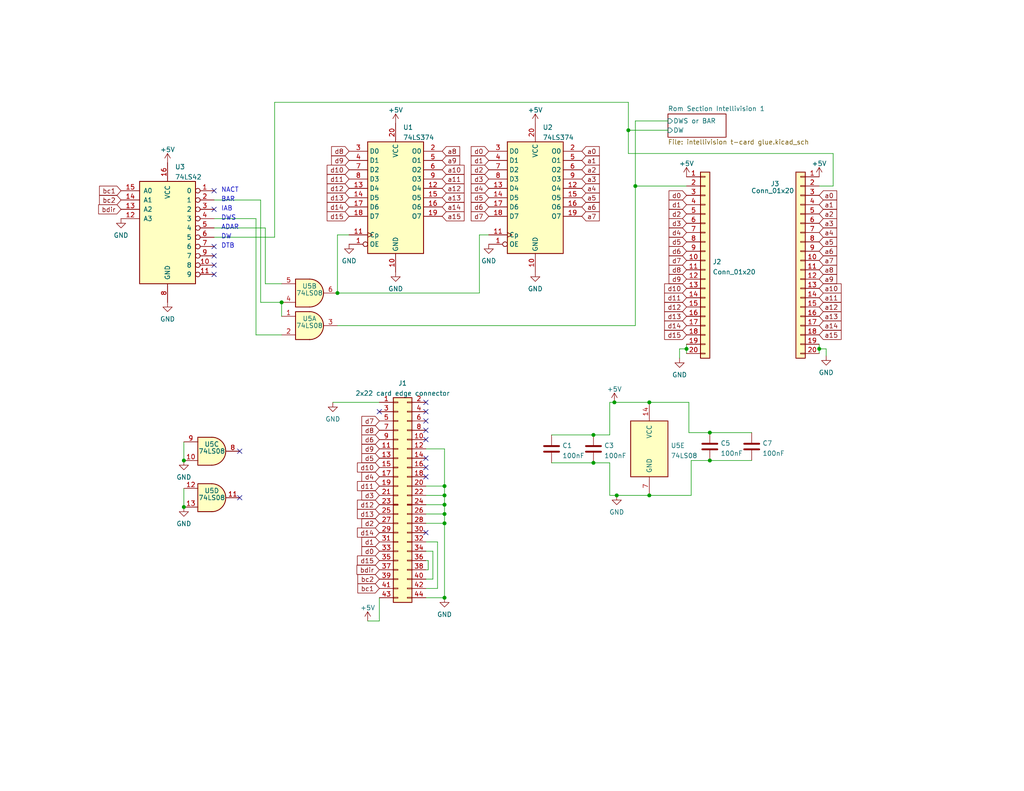
<source format=kicad_sch>
(kicad_sch (version 20211123) (generator eeschema)
  (paper "A")
  (lib_symbols
    (symbol "74xx:74LS08" (pin_names (offset 1.016))
      (property "Reference" "U" (at 0 1.27 0))
      (property "Value" "74LS08" (at 0 -1.27 0))
      (symbol "74LS08_1_1"
        (arc (start 0 -3.81) (mid 3.81 0) (end 0 3.81) (stroke (width 0.254)) (fill (type background)))
        (polyline (pts (xy 0 3.81) (xy -3.81 3.81) (xy -3.81 -3.81) (xy 0 -3.81)) (stroke (width 0.254)) (fill (type background)))
        (pin input line (at -7.62 2.54 0) (length 3.81) (name "~") (number "1"))
        (pin input line (at -7.62 -2.54 0) (length 3.81) (name "~") (number "2"))
        (pin output line (at 7.62 0 180) (length 3.81) (name "~") (number "3"))
      )
      (symbol "74LS08_1_2"
        (arc (start -3.81 -3.81) (mid -2.589 0) (end -3.81 3.81) (stroke (width 0.254)))
        (arc (start -0.6096 -3.81) (mid 2.1855 -2.584) (end 3.81 0) (stroke (width 0.254)) (fill (type background)))
        (polyline (pts (xy -3.81 -3.81) (xy -0.635 -3.81)) (stroke (width 0.254)) (fill (type background)))
        (polyline (pts (xy -3.81 3.81) (xy -0.635 3.81)) (stroke (width 0.254)) (fill (type background)))
        (polyline (pts (xy -0.635 3.81) (xy -3.81 3.81) (xy -3.81 3.81) (xy -3.556 3.4036) (xy -3.0226 2.2606) (xy -2.6924 1.0414) (xy -2.6162 -0.254) (xy -2.7686 -1.4986) (xy -3.175 -2.7178) (xy -3.81 -3.81) (xy -3.81 -3.81) (xy -0.635 -3.81)) (stroke (width -25.4)) (fill (type background)))
        (arc (start 3.81 0) (mid 2.1928 2.5925) (end -0.6096 3.81) (stroke (width 0.254)) (fill (type background)))
        (pin input inverted (at -7.62 2.54 0) (length 4.318) (name "~") (number "1"))
        (pin input inverted (at -7.62 -2.54 0) (length 4.318) (name "~") (number "2"))
        (pin output inverted (at 7.62 0 180) (length 3.81) (name "~") (number "3"))
      )
      (symbol "74LS08_2_1"
        (arc (start 0 -3.81) (mid 3.81 0) (end 0 3.81) (stroke (width 0.254)) (fill (type background)))
        (polyline (pts (xy 0 3.81) (xy -3.81 3.81) (xy -3.81 -3.81) (xy 0 -3.81)) (stroke (width 0.254)) (fill (type background)))
        (pin input line (at -7.62 2.54 0) (length 3.81) (name "~") (number "4"))
        (pin input line (at -7.62 -2.54 0) (length 3.81) (name "~") (number "5"))
        (pin output line (at 7.62 0 180) (length 3.81) (name "~") (number "6"))
      )
      (symbol "74LS08_2_2"
        (arc (start -3.81 -3.81) (mid -2.589 0) (end -3.81 3.81) (stroke (width 0.254)))
        (arc (start -0.6096 -3.81) (mid 2.1855 -2.584) (end 3.81 0) (stroke (width 0.254)) (fill (type background)))
        (polyline (pts (xy -3.81 -3.81) (xy -0.635 -3.81)) (stroke (width 0.254)) (fill (type background)))
        (polyline (pts (xy -3.81 3.81) (xy -0.635 3.81)) (stroke (width 0.254)) (fill (type background)))
        (polyline (pts (xy -0.635 3.81) (xy -3.81 3.81) (xy -3.81 3.81) (xy -3.556 3.4036) (xy -3.0226 2.2606) (xy -2.6924 1.0414) (xy -2.6162 -0.254) (xy -2.7686 -1.4986) (xy -3.175 -2.7178) (xy -3.81 -3.81) (xy -3.81 -3.81) (xy -0.635 -3.81)) (stroke (width -25.4)) (fill (type background)))
        (arc (start 3.81 0) (mid 2.1928 2.5925) (end -0.6096 3.81) (stroke (width 0.254)) (fill (type background)))
        (pin input inverted (at -7.62 2.54 0) (length 4.318) (name "~") (number "4"))
        (pin input inverted (at -7.62 -2.54 0) (length 4.318) (name "~") (number "5"))
        (pin output inverted (at 7.62 0 180) (length 3.81) (name "~") (number "6"))
      )
      (symbol "74LS08_3_1"
        (arc (start 0 -3.81) (mid 3.81 0) (end 0 3.81) (stroke (width 0.254)) (fill (type background)))
        (polyline (pts (xy 0 3.81) (xy -3.81 3.81) (xy -3.81 -3.81) (xy 0 -3.81)) (stroke (width 0.254)) (fill (type background)))
        (pin input line (at -7.62 -2.54 0) (length 3.81) (name "~") (number "10"))
        (pin output line (at 7.62 0 180) (length 3.81) (name "~") (number "8"))
        (pin input line (at -7.62 2.54 0) (length 3.81) (name "~") (number "9"))
      )
      (symbol "74LS08_3_2"
        (arc (start -3.81 -3.81) (mid -2.589 0) (end -3.81 3.81) (stroke (width 0.254)))
        (arc (start -0.6096 -3.81) (mid 2.1855 -2.584) (end 3.81 0) (stroke (width 0.254)) (fill (type background)))
        (polyline (pts (xy -3.81 -3.81) (xy -0.635 -3.81)) (stroke (width 0.254)) (fill (type background)))
        (polyline (pts (xy -3.81 3.81) (xy -0.635 3.81)) (stroke (width 0.254)) (fill (type background)))
        (polyline (pts (xy -0.635 3.81) (xy -3.81 3.81) (xy -3.81 3.81) (xy -3.556 3.4036) (xy -3.0226 2.2606) (xy -2.6924 1.0414) (xy -2.6162 -0.254) (xy -2.7686 -1.4986) (xy -3.175 -2.7178) (xy -3.81 -3.81) (xy -3.81 -3.81) (xy -0.635 -3.81)) (stroke (width -25.4)) (fill (type background)))
        (arc (start 3.81 0) (mid 2.1928 2.5925) (end -0.6096 3.81) (stroke (width 0.254)) (fill (type background)))
        (pin input inverted (at -7.62 -2.54 0) (length 4.318) (name "~") (number "10"))
        (pin output inverted (at 7.62 0 180) (length 3.81) (name "~") (number "8"))
        (pin input inverted (at -7.62 2.54 0) (length 4.318) (name "~") (number "9"))
      )
      (symbol "74LS08_4_1"
        (arc (start 0 -3.81) (mid 3.81 0) (end 0 3.81) (stroke (width 0.254)) (fill (type background)))
        (polyline (pts (xy 0 3.81) (xy -3.81 3.81) (xy -3.81 -3.81) (xy 0 -3.81)) (stroke (width 0.254)) (fill (type background)))
        (pin output line (at 7.62 0 180) (length 3.81) (name "~") (number "11"))
        (pin input line (at -7.62 2.54 0) (length 3.81) (name "~") (number "12"))
        (pin input line (at -7.62 -2.54 0) (length 3.81) (name "~") (number "13"))
      )
      (symbol "74LS08_4_2"
        (arc (start -3.81 -3.81) (mid -2.589 0) (end -3.81 3.81) (stroke (width 0.254)))
        (arc (start -0.6096 -3.81) (mid 2.1855 -2.584) (end 3.81 0) (stroke (width 0.254)) (fill (type background)))
        (polyline (pts (xy -3.81 -3.81) (xy -0.635 -3.81)) (stroke (width 0.254)) (fill (type background)))
        (polyline (pts (xy -3.81 3.81) (xy -0.635 3.81)) (stroke (width 0.254)) (fill (type background)))
        (polyline (pts (xy -0.635 3.81) (xy -3.81 3.81) (xy -3.81 3.81) (xy -3.556 3.4036) (xy -3.0226 2.2606) (xy -2.6924 1.0414) (xy -2.6162 -0.254) (xy -2.7686 -1.4986) (xy -3.175 -2.7178) (xy -3.81 -3.81) (xy -3.81 -3.81) (xy -0.635 -3.81)) (stroke (width -25.4)) (fill (type background)))
        (arc (start 3.81 0) (mid 2.1928 2.5925) (end -0.6096 3.81) (stroke (width 0.254)) (fill (type background)))
        (pin output inverted (at 7.62 0 180) (length 3.81) (name "~") (number "11"))
        (pin input inverted (at -7.62 2.54 0) (length 4.318) (name "~") (number "12"))
        (pin input inverted (at -7.62 -2.54 0) (length 4.318) (name "~") (number "13"))
      )
      (symbol "74LS08_5_0"
        (pin power_in line (at 0 12.7 270) (length 5.08) (name "VCC") (number "14"))
        (pin power_in line (at 0 -12.7 90) (length 5.08) (name "GND") (number "7"))
      )
      (symbol "74LS08_5_1"
        (rectangle (start -5.08 7.62) (end 5.08 -7.62) (stroke (width 0.254)) (fill (type background)))
      )
    )
    (symbol "74xx:74LS374"
      (property "Reference" "U" (at -7.62 16.51 0))
      (property "Value" "74LS374" (at -7.62 -16.51 0))
      (symbol "74LS374_1_0"
        (pin input inverted (at -12.7 -12.7 0) (length 5.08) (name "OE") (number "1"))
        (pin power_in line (at 0 -20.32 90) (length 5.08) (name "GND") (number "10"))
        (pin input clock (at -12.7 -10.16 0) (length 5.08) (name "Cp") (number "11"))
        (pin tri_state line (at 12.7 2.54 180) (length 5.08) (name "O4") (number "12"))
        (pin input line (at -12.7 2.54 0) (length 5.08) (name "D4") (number "13"))
        (pin input line (at -12.7 0 0) (length 5.08) (name "D5") (number "14"))
        (pin tri_state line (at 12.7 0 180) (length 5.08) (name "O5") (number "15"))
        (pin tri_state line (at 12.7 -2.54 180) (length 5.08) (name "O6") (number "16"))
        (pin input line (at -12.7 -2.54 0) (length 5.08) (name "D6") (number "17"))
        (pin input line (at -12.7 -5.08 0) (length 5.08) (name "D7") (number "18"))
        (pin tri_state line (at 12.7 -5.08 180) (length 5.08) (name "O7") (number "19"))
        (pin tri_state line (at 12.7 12.7 180) (length 5.08) (name "O0") (number "2"))
        (pin power_in line (at 0 20.32 270) (length 5.08) (name "VCC") (number "20"))
        (pin input line (at -12.7 12.7 0) (length 5.08) (name "D0") (number "3"))
        (pin input line (at -12.7 10.16 0) (length 5.08) (name "D1") (number "4"))
        (pin tri_state line (at 12.7 10.16 180) (length 5.08) (name "O1") (number "5"))
        (pin tri_state line (at 12.7 7.62 180) (length 5.08) (name "O2") (number "6"))
        (pin input line (at -12.7 7.62 0) (length 5.08) (name "D2") (number "7"))
        (pin input line (at -12.7 5.08 0) (length 5.08) (name "D3") (number "8"))
        (pin tri_state line (at 12.7 5.08 180) (length 5.08) (name "O3") (number "9"))
      )
      (symbol "74LS374_1_1"
        (rectangle (start -7.62 15.24) (end 7.62 -15.24) (stroke (width 0.254)) (fill (type background)))
      )
    )
    (symbol "74xx:74LS42" (pin_names (offset 1.016))
      (property "Reference" "U" (at -7.62 13.97 0))
      (property "Value" "74LS42" (at -7.62 -16.51 0))
      (symbol "74LS42_1_0"
        (pin output inverted (at 12.7 10.16 180) (length 5.08) (name "0") (number "1"))
        (pin output inverted (at 12.7 -10.16 180) (length 5.08) (name "8") (number "10"))
        (pin output inverted (at 12.7 -12.7 180) (length 5.08) (name "9") (number "11"))
        (pin input line (at -12.7 2.54 0) (length 5.08) (name "A3") (number "12"))
        (pin input line (at -12.7 5.08 0) (length 5.08) (name "A2") (number "13"))
        (pin input line (at -12.7 7.62 0) (length 5.08) (name "A1") (number "14"))
        (pin input line (at -12.7 10.16 0) (length 5.08) (name "A0") (number "15"))
        (pin power_in line (at 0 17.78 270) (length 5.08) (name "VCC") (number "16"))
        (pin output inverted (at 12.7 7.62 180) (length 5.08) (name "1") (number "2"))
        (pin output inverted (at 12.7 5.08 180) (length 5.08) (name "2") (number "3"))
        (pin output inverted (at 12.7 2.54 180) (length 5.08) (name "3") (number "4"))
        (pin output inverted (at 12.7 0 180) (length 5.08) (name "4") (number "5"))
        (pin output inverted (at 12.7 -2.54 180) (length 5.08) (name "5") (number "6"))
        (pin output inverted (at 12.7 -5.08 180) (length 5.08) (name "6") (number "7"))
        (pin power_in line (at 0 -20.32 90) (length 5.08) (name "GND") (number "8"))
        (pin output inverted (at 12.7 -7.62 180) (length 5.08) (name "7") (number "9"))
      )
      (symbol "74LS42_1_1"
        (rectangle (start -7.62 12.7) (end 7.62 -15.24) (stroke (width 0.254)) (fill (type background)))
      )
    )
    (symbol "Connector_Generic:Conn_01x20" (pin_names (offset 1.016) hide)
      (property "Reference" "J" (at 0 25.4 0))
      (property "Value" "Conn_01x20" (at 0 -27.94 0))
      (symbol "Conn_01x20_1_1"
        (rectangle (start -1.27 -25.273) (end 0 -25.527) (stroke (width 0.1524)))
        (rectangle (start -1.27 -22.733) (end 0 -22.987) (stroke (width 0.1524)))
        (rectangle (start -1.27 -20.193) (end 0 -20.447) (stroke (width 0.1524)))
        (rectangle (start -1.27 -17.653) (end 0 -17.907) (stroke (width 0.1524)))
        (rectangle (start -1.27 -15.113) (end 0 -15.367) (stroke (width 0.1524)))
        (rectangle (start -1.27 -12.573) (end 0 -12.827) (stroke (width 0.1524)))
        (rectangle (start -1.27 -10.033) (end 0 -10.287) (stroke (width 0.1524)))
        (rectangle (start -1.27 -7.493) (end 0 -7.747) (stroke (width 0.1524)))
        (rectangle (start -1.27 -4.953) (end 0 -5.207) (stroke (width 0.1524)))
        (rectangle (start -1.27 -2.413) (end 0 -2.667) (stroke (width 0.1524)))
        (rectangle (start -1.27 0.127) (end 0 -0.127) (stroke (width 0.1524)))
        (rectangle (start -1.27 2.667) (end 0 2.413) (stroke (width 0.1524)))
        (rectangle (start -1.27 5.207) (end 0 4.953) (stroke (width 0.1524)))
        (rectangle (start -1.27 7.747) (end 0 7.493) (stroke (width 0.1524)))
        (rectangle (start -1.27 10.287) (end 0 10.033) (stroke (width 0.1524)))
        (rectangle (start -1.27 12.827) (end 0 12.573) (stroke (width 0.1524)))
        (rectangle (start -1.27 15.367) (end 0 15.113) (stroke (width 0.1524)))
        (rectangle (start -1.27 17.907) (end 0 17.653) (stroke (width 0.1524)))
        (rectangle (start -1.27 20.447) (end 0 20.193) (stroke (width 0.1524)))
        (rectangle (start -1.27 22.987) (end 0 22.733) (stroke (width 0.1524)))
        (rectangle (start -1.27 24.13) (end 1.27 -26.67) (stroke (width 0.254)) (fill (type background)))
        (pin passive line (at -5.08 22.86 0) (length 3.81) (name "Pin_1") (number "1"))
        (pin passive line (at -5.08 0 0) (length 3.81) (name "Pin_10") (number "10"))
        (pin passive line (at -5.08 -2.54 0) (length 3.81) (name "Pin_11") (number "11"))
        (pin passive line (at -5.08 -5.08 0) (length 3.81) (name "Pin_12") (number "12"))
        (pin passive line (at -5.08 -7.62 0) (length 3.81) (name "Pin_13") (number "13"))
        (pin passive line (at -5.08 -10.16 0) (length 3.81) (name "Pin_14") (number "14"))
        (pin passive line (at -5.08 -12.7 0) (length 3.81) (name "Pin_15") (number "15"))
        (pin passive line (at -5.08 -15.24 0) (length 3.81) (name "Pin_16") (number "16"))
        (pin passive line (at -5.08 -17.78 0) (length 3.81) (name "Pin_17") (number "17"))
        (pin passive line (at -5.08 -20.32 0) (length 3.81) (name "Pin_18") (number "18"))
        (pin passive line (at -5.08 -22.86 0) (length 3.81) (name "Pin_19") (number "19"))
        (pin passive line (at -5.08 20.32 0) (length 3.81) (name "Pin_2") (number "2"))
        (pin passive line (at -5.08 -25.4 0) (length 3.81) (name "Pin_20") (number "20"))
        (pin passive line (at -5.08 17.78 0) (length 3.81) (name "Pin_3") (number "3"))
        (pin passive line (at -5.08 15.24 0) (length 3.81) (name "Pin_4") (number "4"))
        (pin passive line (at -5.08 12.7 0) (length 3.81) (name "Pin_5") (number "5"))
        (pin passive line (at -5.08 10.16 0) (length 3.81) (name "Pin_6") (number "6"))
        (pin passive line (at -5.08 7.62 0) (length 3.81) (name "Pin_7") (number "7"))
        (pin passive line (at -5.08 5.08 0) (length 3.81) (name "Pin_8") (number "8"))
        (pin passive line (at -5.08 2.54 0) (length 3.81) (name "Pin_9") (number "9"))
      )
    )
    (symbol "Device:C" (pin_numbers hide) (pin_names (offset 0.254))
      (property "Reference" "C" (at 0.635 2.54 0))
      (property "Value" "C" (at 0.635 -2.54 0))
      (symbol "C_0_1"
        (polyline (pts (xy -2.032 -0.762) (xy 2.032 -0.762)) (stroke (width 0.508)))
        (polyline (pts (xy -2.032 0.762) (xy 2.032 0.762)) (stroke (width 0.508)))
      )
      (symbol "C_1_1"
        (pin passive line (at 0 3.81 270) (length 2.794) (name "~") (number "1"))
        (pin passive line (at 0 -3.81 90) (length 2.794) (name "~") (number "2"))
      )
    )
    (symbol "Evan's misc parts:2x22 card edge connector" (pin_names (offset 1.016) hide)
      (property "Reference" "J" (at 1.27 15.24 0))
      (property "Value" "2x22 card edge connector" (at 1.27 -43.18 0))
      (symbol "2x22 card edge connector_1_1"
        (rectangle (start -1.27 -40.513) (end 0 -40.767) (stroke (width 0.1524)))
        (rectangle (start -1.27 -37.973) (end 0 -38.227) (stroke (width 0.1524)))
        (rectangle (start -1.27 -35.433) (end 0 -35.687) (stroke (width 0.1524)))
        (rectangle (start -1.27 -32.893) (end 0 -33.147) (stroke (width 0.1524)))
        (rectangle (start -1.27 -30.353) (end 0 -30.607) (stroke (width 0.1524)))
        (rectangle (start -1.27 -27.813) (end 0 -28.067) (stroke (width 0.1524)))
        (rectangle (start -1.27 -25.273) (end 0 -25.527) (stroke (width 0.1524)))
        (rectangle (start -1.27 -22.733) (end 0 -22.987) (stroke (width 0.1524)))
        (rectangle (start -1.27 -20.193) (end 0 -20.447) (stroke (width 0.1524)))
        (rectangle (start -1.27 -17.653) (end 0 -17.907) (stroke (width 0.1524)))
        (rectangle (start -1.27 -15.113) (end 0 -15.367) (stroke (width 0.1524)))
        (rectangle (start -1.27 -15.113) (end 0 -15.367) (stroke (width 0.1524)))
        (rectangle (start -1.27 -12.573) (end 0 -12.827) (stroke (width 0.1524)))
        (rectangle (start -1.27 -10.033) (end 0 -10.287) (stroke (width 0.1524)))
        (rectangle (start -1.27 -7.493) (end 0 -7.747) (stroke (width 0.1524)))
        (rectangle (start -1.27 -4.953) (end 0 -5.207) (stroke (width 0.1524)))
        (rectangle (start -1.27 -2.413) (end 0 -2.667) (stroke (width 0.1524)))
        (rectangle (start -1.27 0.127) (end 0 -0.127) (stroke (width 0.1524)))
        (rectangle (start -1.27 2.667) (end 0 2.413) (stroke (width 0.1524)))
        (rectangle (start -1.27 5.207) (end 0 4.953) (stroke (width 0.1524)))
        (rectangle (start -1.27 7.747) (end 0 7.493) (stroke (width 0.1524)))
        (rectangle (start -1.27 10.287) (end 0 10.033) (stroke (width 0.1524)))
        (rectangle (start -1.27 12.827) (end 0 12.573) (stroke (width 0.1524)))
        (rectangle (start -1.27 13.97) (end 3.81 -41.91) (stroke (width 0.254)) (fill (type background)))
        (rectangle (start 3.81 -40.513) (end 2.54 -40.767) (stroke (width 0.1524)))
        (rectangle (start 3.81 -37.973) (end 2.54 -38.227) (stroke (width 0.1524)))
        (rectangle (start 3.81 -35.433) (end 2.54 -35.687) (stroke (width 0.1524)))
        (rectangle (start 3.81 -32.893) (end 2.54 -33.147) (stroke (width 0.1524)))
        (rectangle (start 3.81 -30.353) (end 2.54 -30.607) (stroke (width 0.1524)))
        (rectangle (start 3.81 -27.813) (end 2.54 -28.067) (stroke (width 0.1524)))
        (rectangle (start 3.81 -25.273) (end 2.54 -25.527) (stroke (width 0.1524)))
        (rectangle (start 3.81 -22.733) (end 2.54 -22.987) (stroke (width 0.1524)))
        (rectangle (start 3.81 -20.193) (end 2.54 -20.447) (stroke (width 0.1524)))
        (rectangle (start 3.81 -17.653) (end 2.54 -17.907) (stroke (width 0.1524)))
        (rectangle (start 3.81 -15.113) (end 2.54 -15.367) (stroke (width 0.1524)))
        (rectangle (start 3.81 -15.113) (end 2.54 -15.367) (stroke (width 0.1524)))
        (rectangle (start 3.81 -12.573) (end 2.54 -12.827) (stroke (width 0.1524)))
        (rectangle (start 3.81 -10.033) (end 2.54 -10.287) (stroke (width 0.1524)))
        (rectangle (start 3.81 -7.493) (end 2.54 -7.747) (stroke (width 0.1524)))
        (rectangle (start 3.81 -4.953) (end 2.54 -5.207) (stroke (width 0.1524)))
        (rectangle (start 3.81 -2.413) (end 2.54 -2.667) (stroke (width 0.1524)))
        (rectangle (start 3.81 0.127) (end 2.54 -0.127) (stroke (width 0.1524)))
        (rectangle (start 3.81 2.667) (end 2.54 2.413) (stroke (width 0.1524)))
        (rectangle (start 3.81 5.207) (end 2.54 4.953) (stroke (width 0.1524)))
        (rectangle (start 3.81 7.747) (end 2.54 7.493) (stroke (width 0.1524)))
        (rectangle (start 3.81 10.287) (end 2.54 10.033) (stroke (width 0.1524)))
        (rectangle (start 3.81 12.827) (end 2.54 12.573) (stroke (width 0.1524)))
        (pin passive line (at -5.08 12.7 0) (length 3.81) (name "Pin_1") (number "1"))
        (pin passive line (at 7.62 2.54 180) (length 3.81) (name "Pin_10") (number "10"))
        (pin passive line (at -5.08 0 0) (length 3.81) (name "Pin_11") (number "11"))
        (pin passive line (at 7.62 0 180) (length 3.81) (name "Pin_12") (number "12"))
        (pin passive line (at -5.08 -2.54 0) (length 3.81) (name "Pin_13") (number "13"))
        (pin passive line (at 7.62 -2.54 180) (length 3.81) (name "Pin_14") (number "14"))
        (pin passive line (at -5.08 -5.08 0) (length 3.81) (name "Pin_15") (number "15"))
        (pin passive line (at 7.62 -5.08 180) (length 3.81) (name "Pin_16") (number "16"))
        (pin passive line (at -5.08 -7.62 0) (length 3.81) (name "Pin_17") (number "17"))
        (pin passive line (at 7.62 -7.62 180) (length 3.81) (name "Pin_18") (number "18"))
        (pin passive line (at -5.08 -10.16 0) (length 3.81) (name "Pin_19") (number "19"))
        (pin passive line (at 7.62 12.7 180) (length 3.81) (name "Pin_2") (number "2"))
        (pin passive line (at 7.62 -10.16 180) (length 3.81) (name "Pin_20") (number "20"))
        (pin passive line (at -5.08 -12.7 0) (length 3.81) (name "Pin_21") (number "21"))
        (pin passive line (at 7.62 -12.7 180) (length 3.81) (name "Pin_22") (number "22"))
        (pin passive line (at -5.08 -15.24 0) (length 3.81) (name "Pin_23") (number "23"))
        (pin passive line (at 7.62 -15.24 180) (length 3.81) (name "Pin_24") (number "24"))
        (pin passive line (at -5.08 -17.78 0) (length 3.81) (name "Pin_25") (number "25"))
        (pin passive line (at 7.62 -17.78 180) (length 3.81) (name "Pin_26") (number "26"))
        (pin passive line (at -5.08 -20.32 0) (length 3.81) (name "Pin_27") (number "27"))
        (pin passive line (at 7.62 -20.32 180) (length 3.81) (name "Pin_28") (number "28"))
        (pin passive line (at -5.08 -22.86 0) (length 3.81) (name "Pin_29") (number "29"))
        (pin passive line (at -5.08 10.16 0) (length 3.81) (name "Pin_3") (number "3"))
        (pin passive line (at 7.62 -22.86 180) (length 3.81) (name "Pin_30") (number "30"))
        (pin passive line (at -5.08 -25.4 0) (length 3.81) (name "Pin_31") (number "31"))
        (pin passive line (at 7.62 -25.4 180) (length 3.81) (name "Pin_32") (number "32"))
        (pin passive line (at -5.08 -27.94 0) (length 3.81) (name "Pin_33") (number "33"))
        (pin passive line (at 7.62 -27.94 180) (length 3.81) (name "Pin_34") (number "34"))
        (pin passive line (at -5.08 -30.48 0) (length 3.81) (name "Pin_35") (number "35"))
        (pin passive line (at 7.62 -30.48 180) (length 3.81) (name "Pin_36") (number "36"))
        (pin passive line (at -5.08 -33.02 0) (length 3.81) (name "Pin_37") (number "37"))
        (pin passive line (at 7.62 -33.02 180) (length 3.81) (name "Pin_38") (number "38"))
        (pin passive line (at -5.08 -35.56 0) (length 3.81) (name "Pin_39") (number "39"))
        (pin passive line (at 7.62 10.16 180) (length 3.81) (name "Pin_4") (number "4"))
        (pin passive line (at 7.62 -35.56 180) (length 3.81) (name "Pin_40") (number "40"))
        (pin passive line (at -5.08 -38.1 0) (length 3.81) (name "Pin_41") (number "41"))
        (pin passive line (at 7.62 -38.1 180) (length 3.81) (name "Pin_42") (number "42"))
        (pin passive line (at -5.08 -40.64 0) (length 3.81) (name "Pin_43") (number "43"))
        (pin passive line (at 7.62 -40.64 180) (length 3.81) (name "Pin_44") (number "44"))
        (pin passive line (at -5.08 7.62 0) (length 3.81) (name "Pin_5") (number "5"))
        (pin passive line (at 7.62 7.62 180) (length 3.81) (name "Pin_6") (number "6"))
        (pin passive line (at -5.08 5.08 0) (length 3.81) (name "Pin_7") (number "7"))
        (pin passive line (at 7.62 5.08 180) (length 3.81) (name "Pin_8") (number "8"))
        (pin passive line (at -5.08 2.54 0) (length 3.81) (name "Pin_9") (number "9"))
      )
    )
    (symbol "power:+5V" (power) (pin_names (offset 0))
      (property "Value" "+5V" (at 0 3.556 0))
      (symbol "+5V_0_1"
        (polyline (pts (xy -0.762 1.27) (xy 0 2.54)))
        (polyline (pts (xy 0 0) (xy 0 2.54)))
        (polyline (pts (xy 0 2.54) (xy 0.762 1.27)))
      )
      (symbol "+5V_1_1"
        (pin power_in line (at 0 0 90) (length 0) hide (name "+5V") (number "1"))
      )
    )
    (symbol "power:GND" (power) (pin_names (offset 0))
      (property "Value" "GND" (at 0 -3.81 0))
      (symbol "GND_0_1"
        (polyline (pts (xy 0 0) (xy 0 -1.27) (xy 1.27 -1.27) (xy 0 -2.54) (xy -1.27 -1.27) (xy 0 -1.27)))
      )
      (symbol "GND_1_1"
        (pin power_in line (at 0 0 270) (length 0) hide (name "GND") (number "1"))
      )
    )
  )
  (junction (at 121.285 142.875))
  (junction (at 187.325 95.25))
  (junction (at 76.835 82.55))
  (junction (at 171.45 35.56))
  (junction (at 167.64 109.855))
  (junction (at 177.165 135.255))
  (junction (at 173.355 50.8))
  (junction (at 121.285 132.715))
  (junction (at 121.285 163.195))
  (junction (at 50.165 125.73))
  (junction (at 223.52 95.25))
  (junction (at 168.275 135.255))
  (junction (at 50.165 138.43))
  (junction (at 193.675 125.73))
  (junction (at 121.285 137.795))
  (junction (at 161.925 118.745))
  (junction (at 92.075 80.01))
  (junction (at 121.285 140.335))
  (junction (at 161.925 126.365))
  (junction (at 121.285 135.255))
  (junction (at 177.165 109.855))
  (junction (at 193.675 118.11))
  (no_connect (at 116.205 127.635))
  (no_connect (at 116.205 130.175))
  (no_connect (at 116.205 125.095))
  (no_connect (at 116.205 117.475))
  (no_connect (at 116.205 109.855))
  (no_connect (at 116.205 120.015))
  (no_connect (at 116.205 112.395))
  (no_connect (at 116.205 114.935))
  (no_connect (at 116.205 145.415))
  (no_connect (at 65.405 123.19))
  (no_connect (at 65.405 135.89))
  (no_connect (at 103.505 112.395))
  (no_connect (at 58.42 52.07))
  (no_connect (at 58.42 74.93))
  (no_connect (at 58.42 72.39))
  (no_connect (at 58.42 69.85))
  (no_connect (at 58.42 67.31))
  (no_connect (at 58.42 57.15))
  (wire (pts (xy 161.925 118.745) (xy 166.37 118.745)))
  (wire (pts (xy 185.42 97.79) (xy 185.42 95.25)))
  (wire (pts (xy 133.35 64.135) (xy 130.81 64.135)))
  (wire (pts (xy 116.205 160.655) (xy 119.38 160.655)))
  (wire (pts (xy 223.52 95.25) (xy 223.52 93.98)))
  (wire (pts (xy 205.105 125.73) (xy 193.675 125.73)))
  (wire (pts (xy 205.105 118.11) (xy 193.675 118.11)))
  (wire (pts (xy 177.165 135.255) (xy 188.595 135.255)))
  (wire (pts (xy 119.38 147.955) (xy 116.205 147.955)))
  (wire (pts (xy 58.42 62.23) (xy 72.39 62.23)))
  (wire (pts (xy 171.45 35.56) (xy 182.245 35.56)))
  (wire (pts (xy 166.37 109.855) (xy 167.64 109.855)))
  (wire (pts (xy 121.285 122.555) (xy 116.205 122.555)))
  (wire (pts (xy 69.85 91.44) (xy 76.835 91.44)))
  (wire (pts (xy 58.42 59.69) (xy 69.85 59.69)))
  (wire (pts (xy 116.205 153.035) (xy 116.84 153.035)))
  (wire (pts (xy 118.11 158.115) (xy 116.205 158.115)))
  (wire (pts (xy 166.37 135.255) (xy 168.275 135.255)))
  (wire (pts (xy 193.675 118.11) (xy 187.96 118.11)))
  (wire (pts (xy 58.42 64.77) (xy 74.93 64.77)))
  (wire (pts (xy 121.285 142.875) (xy 116.205 142.875)))
  (wire (pts (xy 116.205 150.495) (xy 118.11 150.495)))
  (wire (pts (xy 118.11 150.495) (xy 118.11 158.115)))
  (wire (pts (xy 103.505 169.545) (xy 103.505 163.195)))
  (wire (pts (xy 72.39 62.23) (xy 72.39 77.47)))
  (wire (pts (xy 58.42 54.61) (xy 71.12 54.61)))
  (wire (pts (xy 161.925 126.365) (xy 150.495 126.365)))
  (wire (pts (xy 92.075 80.01) (xy 130.81 80.01)))
  (wire (pts (xy 121.285 140.335) (xy 121.285 137.795)))
  (wire (pts (xy 121.285 163.195) (xy 121.285 142.875)))
  (wire (pts (xy 50.165 120.65) (xy 50.165 125.73)))
  (wire (pts (xy 121.285 137.795) (xy 116.205 137.795)))
  (wire (pts (xy 168.275 135.255) (xy 177.165 135.255)))
  (wire (pts (xy 193.675 125.73) (xy 188.595 125.73)))
  (wire (pts (xy 119.38 160.655) (xy 119.38 147.955)))
  (wire (pts (xy 130.81 64.135) (xy 130.81 80.01)))
  (wire (pts (xy 92.075 64.135) (xy 92.075 80.01)))
  (wire (pts (xy 71.12 54.61) (xy 71.12 82.55)))
  (wire (pts (xy 177.165 109.855) (xy 187.96 109.855)))
  (wire (pts (xy 116.84 153.035) (xy 116.84 155.575)))
  (wire (pts (xy 167.64 109.855) (xy 177.165 109.855)))
  (wire (pts (xy 121.285 137.795) (xy 121.285 135.255)))
  (wire (pts (xy 74.93 27.94) (xy 74.93 64.77)))
  (wire (pts (xy 225.425 97.155) (xy 225.425 95.25)))
  (wire (pts (xy 171.45 27.94) (xy 74.93 27.94)))
  (wire (pts (xy 171.45 27.94) (xy 171.45 35.56)))
  (wire (pts (xy 166.37 126.365) (xy 161.925 126.365)))
  (wire (pts (xy 227.33 50.8) (xy 227.33 41.91)))
  (wire (pts (xy 50.165 133.35) (xy 50.165 138.43)))
  (wire (pts (xy 121.285 142.875) (xy 121.285 140.335)))
  (wire (pts (xy 188.595 125.73) (xy 188.595 135.255)))
  (wire (pts (xy 223.52 95.25) (xy 223.52 96.52)))
  (wire (pts (xy 185.42 95.25) (xy 187.325 95.25)))
  (wire (pts (xy 166.37 135.255) (xy 166.37 126.365)))
  (wire (pts (xy 173.355 33.02) (xy 173.355 50.8)))
  (wire (pts (xy 71.12 82.55) (xy 76.835 82.55)))
  (wire (pts (xy 187.325 50.8) (xy 173.355 50.8)))
  (wire (pts (xy 92.075 88.9) (xy 173.355 88.9)))
  (wire (pts (xy 173.355 50.8) (xy 173.355 88.9)))
  (wire (pts (xy 116.84 155.575) (xy 116.205 155.575)))
  (wire (pts (xy 121.285 163.195) (xy 116.205 163.195)))
  (wire (pts (xy 187.96 118.11) (xy 187.96 109.855)))
  (wire (pts (xy 227.33 41.91) (xy 171.45 41.91)))
  (wire (pts (xy 95.25 64.135) (xy 92.075 64.135)))
  (wire (pts (xy 69.85 59.69) (xy 69.85 91.44)))
  (wire (pts (xy 150.495 118.745) (xy 161.925 118.745)))
  (wire (pts (xy 121.285 140.335) (xy 116.205 140.335)))
  (wire (pts (xy 182.245 33.02) (xy 173.355 33.02)))
  (wire (pts (xy 187.325 95.25) (xy 187.325 93.98)))
  (wire (pts (xy 121.285 135.255) (xy 121.285 132.715)))
  (wire (pts (xy 121.285 132.715) (xy 116.205 132.715)))
  (wire (pts (xy 100.33 169.545) (xy 103.505 169.545)))
  (wire (pts (xy 223.52 50.8) (xy 227.33 50.8)))
  (wire (pts (xy 187.325 95.25) (xy 187.325 96.52)))
  (wire (pts (xy 166.37 118.745) (xy 166.37 109.855)))
  (wire (pts (xy 76.835 82.55) (xy 76.835 86.36)))
  (wire (pts (xy 72.39 77.47) (xy 76.835 77.47)))
  (wire (pts (xy 121.285 122.555) (xy 121.285 132.715)))
  (wire (pts (xy 90.805 109.855) (xy 103.505 109.855)))
  (wire (pts (xy 121.285 135.255) (xy 116.205 135.255)))
  (wire (pts (xy 225.425 95.25) (xy 223.52 95.25)))
  (wire (pts (xy 171.45 35.56) (xy 171.45 41.91)))
  (text "ADAR" (at 60.325 62.865 0) (effects (font (size 1.27 1.27)) (justify left bottom)))
  (text "DTB" (at 60.325 67.945 0) (effects (font (size 1.27 1.27)) (justify left bottom)))
  (text "IAB" (at 60.325 57.785 0) (effects (font (size 1.27 1.27)) (justify left bottom)))
  (text "BAR" (at 60.325 55.245 0) (effects (font (size 1.27 1.27)) (justify left bottom)))
  (text "DWS" (at 60.325 60.325 0) (effects (font (size 1.27 1.27)) (justify left bottom)))
  (text "NACT" (at 60.325 52.705 0) (effects (font (size 1.27 1.27)) (justify left bottom)))
  (text "DW" (at 60.325 65.405 0) (effects (font (size 1.27 1.27)) (justify left bottom)))
  (global_label "d3" (shape input) (at 103.505 135.255 180) (property "Intersheet References" "${INTERSHEET_REFS}" (effects hide)))
  (global_label "d4" (shape input) (at 133.35 51.435 180) (property "Intersheet References" "${INTERSHEET_REFS}" (effects hide)))
  (global_label "a8" (shape input) (at 120.65 41.275 0) (property "Intersheet References" "${INTERSHEET_REFS}" (effects hide)))
  (global_label "a13" (shape input) (at 223.52 86.36 0) (property "Intersheet References" "${INTERSHEET_REFS}" (effects hide)))
  (global_label "d5" (shape input) (at 133.35 53.975 180) (property "Intersheet References" "${INTERSHEET_REFS}" (effects hide)))
  (global_label "bc1" (shape input) (at 33.02 52.07 180) (property "Intersheet References" "${INTERSHEET_REFS}" (effects hide)))
  (global_label "a1" (shape input) (at 223.52 55.88 0) (property "Intersheet References" "${INTERSHEET_REFS}" (effects hide)))
  (global_label "a9" (shape input) (at 120.65 43.815 0) (property "Intersheet References" "${INTERSHEET_REFS}" (effects hide)))
  (global_label "d6" (shape input) (at 187.325 68.58 180) (property "Intersheet References" "${INTERSHEET_REFS}" (effects hide)))
  (global_label "a12" (shape input) (at 120.65 51.435 0) (property "Intersheet References" "${INTERSHEET_REFS}" (effects hide)))
  (global_label "d0" (shape input) (at 133.35 41.275 180) (property "Intersheet References" "${INTERSHEET_REFS}" (effects hide)))
  (global_label "d4" (shape input) (at 187.325 63.5 180) (property "Intersheet References" "${INTERSHEET_REFS}" (effects hide)))
  (global_label "d8" (shape input) (at 187.325 73.66 180) (property "Intersheet References" "${INTERSHEET_REFS}" (effects hide)))
  (global_label "d13" (shape input) (at 187.325 86.36 180) (property "Intersheet References" "${INTERSHEET_REFS}" (effects hide)))
  (global_label "a12" (shape input) (at 223.52 83.82 0) (property "Intersheet References" "${INTERSHEET_REFS}" (effects hide)))
  (global_label "d10" (shape input) (at 95.25 46.355 180) (property "Intersheet References" "${INTERSHEET_REFS}" (effects hide)))
  (global_label "a2" (shape input) (at 223.52 58.42 0) (property "Intersheet References" "${INTERSHEET_REFS}" (effects hide)))
  (global_label "a3" (shape input) (at 158.75 48.895 0) (property "Intersheet References" "${INTERSHEET_REFS}" (effects hide)))
  (global_label "d0" (shape input) (at 103.505 150.495 180) (property "Intersheet References" "${INTERSHEET_REFS}" (effects hide)))
  (global_label "d14" (shape input) (at 95.25 56.515 180) (property "Intersheet References" "${INTERSHEET_REFS}" (effects hide)))
  (global_label "a15" (shape input) (at 120.65 59.055 0) (property "Intersheet References" "${INTERSHEET_REFS}" (effects hide)))
  (global_label "d9" (shape input) (at 95.25 43.815 180) (property "Intersheet References" "${INTERSHEET_REFS}" (effects hide)))
  (global_label "d8" (shape input) (at 103.505 117.475 180) (property "Intersheet References" "${INTERSHEET_REFS}" (effects hide)))
  (global_label "d15" (shape input) (at 187.325 91.44 180) (property "Intersheet References" "${INTERSHEET_REFS}" (effects hide)))
  (global_label "d5" (shape input) (at 187.325 66.04 180) (property "Intersheet References" "${INTERSHEET_REFS}" (effects hide)))
  (global_label "d11" (shape input) (at 187.325 81.28 180) (property "Intersheet References" "${INTERSHEET_REFS}" (effects hide)))
  (global_label "d10" (shape input) (at 103.505 127.635 180) (property "Intersheet References" "${INTERSHEET_REFS}" (effects hide)))
  (global_label "d2" (shape input) (at 187.325 58.42 180) (property "Intersheet References" "${INTERSHEET_REFS}" (effects hide)))
  (global_label "a0" (shape input) (at 223.52 53.34 0) (property "Intersheet References" "${INTERSHEET_REFS}" (effects hide)))
  (global_label "a10" (shape input) (at 120.65 46.355 0) (property "Intersheet References" "${INTERSHEET_REFS}" (effects hide)))
  (global_label "d1" (shape input) (at 103.505 147.955 180) (property "Intersheet References" "${INTERSHEET_REFS}" (effects hide)))
  (global_label "a7" (shape input) (at 158.75 59.055 0) (property "Intersheet References" "${INTERSHEET_REFS}" (effects hide)))
  (global_label "d14" (shape input) (at 187.325 88.9 180) (property "Intersheet References" "${INTERSHEET_REFS}" (effects hide)))
  (global_label "a14" (shape input) (at 120.65 56.515 0) (property "Intersheet References" "${INTERSHEET_REFS}" (effects hide)))
  (global_label "d12" (shape input) (at 187.325 83.82 180) (property "Intersheet References" "${INTERSHEET_REFS}" (effects hide)))
  (global_label "d15" (shape input) (at 95.25 59.055 180) (property "Intersheet References" "${INTERSHEET_REFS}" (effects hide)))
  (global_label "d5" (shape input) (at 103.505 125.095 180) (property "Intersheet References" "${INTERSHEET_REFS}" (effects hide)))
  (global_label "d15" (shape input) (at 103.505 153.035 180) (property "Intersheet References" "${INTERSHEET_REFS}" (effects hide)))
  (global_label "d6" (shape input) (at 103.505 120.015 180) (property "Intersheet References" "${INTERSHEET_REFS}" (effects hide)))
  (global_label "d9" (shape input) (at 187.325 76.2 180) (property "Intersheet References" "${INTERSHEET_REFS}" (effects hide)))
  (global_label "a7" (shape input) (at 223.52 71.12 0) (property "Intersheet References" "${INTERSHEET_REFS}" (effects hide)))
  (global_label "d1" (shape input) (at 187.325 55.88 180) (property "Intersheet References" "${INTERSHEET_REFS}" (effects hide)))
  (global_label "d4" (shape input) (at 103.505 130.175 180) (property "Intersheet References" "${INTERSHEET_REFS}" (effects hide)))
  (global_label "d14" (shape input) (at 103.505 145.415 180) (property "Intersheet References" "${INTERSHEET_REFS}" (effects hide)))
  (global_label "a6" (shape input) (at 223.52 68.58 0) (property "Intersheet References" "${INTERSHEET_REFS}" (effects hide)))
  (global_label "a6" (shape input) (at 158.75 56.515 0) (property "Intersheet References" "${INTERSHEET_REFS}" (effects hide)))
  (global_label "d7" (shape input) (at 133.35 59.055 180) (property "Intersheet References" "${INTERSHEET_REFS}" (effects hide)))
  (global_label "a10" (shape input) (at 223.52 78.74 0) (property "Intersheet References" "${INTERSHEET_REFS}" (effects hide)))
  (global_label "a2" (shape input) (at 158.75 46.355 0) (property "Intersheet References" "${INTERSHEET_REFS}" (effects hide)))
  (global_label "d12" (shape input) (at 103.505 137.795 180) (property "Intersheet References" "${INTERSHEET_REFS}" (effects hide)))
  (global_label "d9" (shape input) (at 103.505 122.555 180) (property "Intersheet References" "${INTERSHEET_REFS}" (effects hide)))
  (global_label "d2" (shape input) (at 103.505 142.875 180) (property "Intersheet References" "${INTERSHEET_REFS}" (effects hide)))
  (global_label "d0" (shape input) (at 187.325 53.34 180) (property "Intersheet References" "${INTERSHEET_REFS}" (effects hide)))
  (global_label "d7" (shape input) (at 103.505 114.935 180) (property "Intersheet References" "${INTERSHEET_REFS}" (effects hide)))
  (global_label "d6" (shape input) (at 133.35 56.515 180) (property "Intersheet References" "${INTERSHEET_REFS}" (effects hide)))
  (global_label "d13" (shape input) (at 103.505 140.335 180) (property "Intersheet References" "${INTERSHEET_REFS}" (effects hide)))
  (global_label "d13" (shape input) (at 95.25 53.975 180) (property "Intersheet References" "${INTERSHEET_REFS}" (effects hide)))
  (global_label "a0" (shape input) (at 158.75 41.275 0) (property "Intersheet References" "${INTERSHEET_REFS}" (effects hide)))
  (global_label "a13" (shape input) (at 120.65 53.975 0) (property "Intersheet References" "${INTERSHEET_REFS}" (effects hide)))
  (global_label "d2" (shape input) (at 133.35 46.355 180) (property "Intersheet References" "${INTERSHEET_REFS}" (effects hide)))
  (global_label "a4" (shape input) (at 223.52 63.5 0) (property "Intersheet References" "${INTERSHEET_REFS}" (effects hide)))
  (global_label "a5" (shape input) (at 158.75 53.975 0) (property "Intersheet References" "${INTERSHEET_REFS}" (effects hide)))
  (global_label "d10" (shape input) (at 187.325 78.74 180) (property "Intersheet References" "${INTERSHEET_REFS}" (effects hide)))
  (global_label "a8" (shape input) (at 223.52 73.66 0) (property "Intersheet References" "${INTERSHEET_REFS}" (effects hide)))
  (global_label "a15" (shape input) (at 223.52 91.44 0) (property "Intersheet References" "${INTERSHEET_REFS}" (effects hide)))
  (global_label "a14" (shape input) (at 223.52 88.9 0) (property "Intersheet References" "${INTERSHEET_REFS}" (effects hide)))
  (global_label "d11" (shape input) (at 95.25 48.895 180) (property "Intersheet References" "${INTERSHEET_REFS}" (effects hide)))
  (global_label "a1" (shape input) (at 158.75 43.815 0) (property "Intersheet References" "${INTERSHEET_REFS}" (effects hide)))
  (global_label "d11" (shape input) (at 103.505 132.715 180) (property "Intersheet References" "${INTERSHEET_REFS}" (effects hide)))
  (global_label "d3" (shape input) (at 133.35 48.895 180) (property "Intersheet References" "${INTERSHEET_REFS}" (effects hide)))
  (global_label "bc2" (shape input) (at 33.02 54.61 180) (property "Intersheet References" "${INTERSHEET_REFS}" (effects hide)))
  (global_label "a11" (shape input) (at 120.65 48.895 0) (property "Intersheet References" "${INTERSHEET_REFS}" (effects hide)))
  (global_label "a5" (shape input) (at 223.52 66.04 0) (property "Intersheet References" "${INTERSHEET_REFS}" (effects hide)))
  (global_label "a9" (shape input) (at 223.52 76.2 0) (property "Intersheet References" "${INTERSHEET_REFS}" (effects hide)))
  (global_label "bc1" (shape input) (at 103.505 160.655 180) (property "Intersheet References" "${INTERSHEET_REFS}" (effects hide)))
  (global_label "bdir" (shape input) (at 103.505 155.575 180) (property "Intersheet References" "${INTERSHEET_REFS}" (effects hide)))
  (global_label "d12" (shape input) (at 95.25 51.435 180) (property "Intersheet References" "${INTERSHEET_REFS}" (effects hide)))
  (global_label "bdir" (shape input) (at 33.02 57.15 180) (property "Intersheet References" "${INTERSHEET_REFS}" (effects hide)))
  (global_label "a11" (shape input) (at 223.52 81.28 0) (property "Intersheet References" "${INTERSHEET_REFS}" (effects hide)))
  (global_label "d7" (shape input) (at 187.325 71.12 180) (property "Intersheet References" "${INTERSHEET_REFS}" (effects hide)))
  (global_label "d8" (shape input) (at 95.25 41.275 180) (property "Intersheet References" "${INTERSHEET_REFS}" (effects hide)))
  (global_label "a3" (shape input) (at 223.52 60.96 0) (property "Intersheet References" "${INTERSHEET_REFS}" (effects hide)))
  (global_label "d3" (shape input) (at 187.325 60.96 180) (property "Intersheet References" "${INTERSHEET_REFS}" (effects hide)))
  (global_label "a4" (shape input) (at 158.75 51.435 0) (property "Intersheet References" "${INTERSHEET_REFS}" (effects hide)))
  (global_label "d1" (shape input) (at 133.35 43.815 180) (property "Intersheet References" "${INTERSHEET_REFS}" (effects hide)))
  (global_label "bc2" (shape input) (at 103.505 158.115 180) (property "Intersheet References" "${INTERSHEET_REFS}" (effects hide)))
  (symbol (lib_id "74xx:74LS42") (at 45.72 62.23 0) (unit 1)
    (property "Reference" "U3" (at 47.7394 45.5635 0) (effects (justify left)))
    (property "Value" "74LS42" (at 47.7394 48.3386 0) (effects (justify left)))
    (property "Footprint" "Package_DIP:DIP-16_W7.62mm" (effects hide))
    (property "Datasheet" "http://www.ti.com/lit/gpn/sn74LS42" (effects hide))
  )
  (symbol (lib_id "Connector_Generic:Conn_01x20") (at 218.44 71.12 0) (mirror y) (unit 1)
    (property "Reference" "J3" (at 211.455 50.165 0))
    (property "Value" "Conn_01x20" (at 210.82 52.07 0))
    (property "Footprint" "Connector_PinSocket_2.54mm:PinSocket_1x20_P2.54mm_Vertical" (effects hide))
  )
  (symbol (lib_id "Device:C") (at 150.495 122.555 0) (unit 1)
    (property "Reference" "C1" (at 153.416 121.6465 0) (effects (justify left)))
    (property "Value" "100nF" (at 153.416 124.4216 0) (effects (justify left)))
    (property "Footprint" "Capacitor_THT:C_Disc_D3.8mm_W2.6mm_P2.50mm" (effects hide))
  )
  (symbol (lib_id "power:+5V") (at 107.95 33.655 0) (unit 1)
    (property "Reference" "#PWR011" (effects hide))
    (property "Value" "+5V" (at 107.95 30.0505 0))
  )
  (symbol (lib_id "74xx:74LS374") (at 107.95 53.975 0) (unit 1)
    (property "Reference" "U1" (at 109.9694 34.7685 0) (effects (justify left)))
    (property "Value" "74LS374" (at 109.9694 37.5436 0) (effects (justify left)))
    (property "Footprint" "Package_DIP:DIP-20_W7.62mm" (effects hide))
    (property "Datasheet" "http://www.ti.com/lit/gpn/sn74LS374" (effects hide))
  )
  (symbol (lib_id "power:+5V") (at 223.52 48.26 0) (unit 1)
    (property "Reference" "#PWR0104" (effects hide))
    (property "Value" "+5V" (at 223.52 44.6555 0))
  )
  (symbol (lib_id "Device:C") (at 161.925 122.555 0) (unit 1)
    (property "Reference" "C3" (at 164.846 121.6465 0) (effects (justify left)))
    (property "Value" "100nF" (at 164.846 124.4216 0) (effects (justify left)))
    (property "Footprint" "Capacitor_THT:C_Disc_D3.8mm_W2.6mm_P2.50mm" (effects hide))
  )
  (symbol (lib_id "74xx:74LS08") (at 57.785 135.89 0) (unit 4)
    (property "Reference" "U5" (at 57.785 133.985 0))
    (property "Value" "74LS08" (at 57.785 135.89 0))
    (property "Footprint" "Package_DIP:DIP-14_W7.62mm" (effects hide))
    (property "Datasheet" "http://www.ti.com/lit/gpn/sn74LS08" (effects hide))
  )
  (symbol (lib_id "power:GND") (at 95.25 66.675 0) (unit 1)
    (property "Reference" "#PWR09" (effects hide))
    (property "Value" "GND" (at 95.25 71.2375 0))
  )
  (symbol (lib_id "power:+5V") (at 45.72 44.45 0) (unit 1)
    (property "Reference" "#PWR06" (effects hide))
    (property "Value" "+5V" (at 45.72 40.8455 0))
  )
  (symbol (lib_id "Evan's misc parts:2x22 card edge connector") (at 108.585 122.555 0) (unit 1)
    (property "Reference" "J1" (at 109.855 104.6185 0))
    (property "Value" "2x22 card edge connector" (at 109.855 107.3936 0))
    (property "Footprint" "Evan's misc parts:edge mounted 44 pin card edge connector (2x22 pin)" (effects hide))
  )
  (symbol (lib_id "power:GND") (at 107.95 74.295 0) (unit 1)
    (property "Reference" "#PWR012" (effects hide))
    (property "Value" "GND" (at 107.95 78.8575 0))
  )
  (symbol (lib_id "Device:C") (at 205.105 121.92 0) (unit 1)
    (property "Reference" "C7" (at 208.026 121.0115 0) (effects (justify left)))
    (property "Value" "100nF" (at 208.026 123.7866 0) (effects (justify left)))
    (property "Footprint" "Capacitor_THT:C_Disc_D3.8mm_W2.6mm_P2.50mm" (effects hide))
  )
  (symbol (lib_id "power:GND") (at 225.425 97.155 0) (unit 1)
    (property "Reference" "#PWR0102" (effects hide))
    (property "Value" "GND" (at 225.425 101.7175 0))
  )
  (symbol (lib_id "power:GND") (at 90.805 109.855 0) (unit 1)
    (property "Reference" "#PWR08" (effects hide))
    (property "Value" "GND" (at 90.805 114.4175 0))
  )
  (symbol (lib_id "power:+5V") (at 187.325 48.26 0) (unit 1)
    (property "Reference" "#PWR0103" (effects hide))
    (property "Value" "+5V" (at 187.325 44.6555 0))
  )
  (symbol (lib_id "power:GND") (at 168.275 135.255 0) (unit 1)
    (property "Reference" "#PWR018" (effects hide))
    (property "Value" "GND" (at 168.275 139.8175 0))
  )
  (symbol (lib_id "power:GND") (at 45.72 82.55 0) (unit 1)
    (property "Reference" "#PWR07" (effects hide))
    (property "Value" "GND" (at 45.72 87.1125 0))
  )
  (symbol (lib_id "power:GND") (at 185.42 97.79 0) (unit 1)
    (property "Reference" "#PWR0111" (effects hide))
    (property "Value" "GND" (at 185.42 102.3525 0))
  )
  (symbol (lib_id "74xx:74LS08") (at 84.455 80.01 0) (mirror x) (unit 2)
    (property "Reference" "U5" (at 84.455 78.105 0))
    (property "Value" "74LS08" (at 84.455 80.01 0))
    (property "Footprint" "Package_DIP:DIP-14_W7.62mm" (effects hide))
    (property "Datasheet" "http://www.ti.com/lit/gpn/sn74LS08" (effects hide))
  )
  (symbol (lib_id "74xx:74LS08") (at 84.455 88.9 0) (unit 1)
    (property "Reference" "U5" (at 84.455 86.995 0))
    (property "Value" "74LS08" (at 84.455 88.9 0))
    (property "Footprint" "Package_DIP:DIP-14_W7.62mm" (effects hide))
    (property "Datasheet" "http://www.ti.com/lit/gpn/sn74LS08" (effects hide))
  )
  (symbol (lib_id "Connector_Generic:Conn_01x20") (at 192.405 71.12 0) (unit 1)
    (property "Reference" "J2" (at 194.437 71.4815 0) (effects (justify left)))
    (property "Value" "Conn_01x20" (at 194.437 74.2566 0) (effects (justify left)))
    (property "Footprint" "Connector_PinSocket_2.54mm:PinSocket_1x20_P2.54mm_Vertical" (effects hide))
  )
  (symbol (lib_id "power:+5V") (at 146.05 33.655 0) (unit 1)
    (property "Reference" "#PWR015" (effects hide))
    (property "Value" "+5V" (at 146.05 30.0505 0))
  )
  (symbol (lib_id "power:+5V") (at 100.33 169.545 0) (unit 1)
    (property "Reference" "#PWR010" (effects hide))
    (property "Value" "+5V" (at 100.33 165.9405 0))
  )
  (symbol (lib_id "power:GND") (at 146.05 74.295 0) (unit 1)
    (property "Reference" "#PWR016" (effects hide))
    (property "Value" "GND" (at 146.05 78.8575 0))
  )
  (symbol (lib_id "74xx:74LS374") (at 146.05 53.975 0) (unit 1)
    (property "Reference" "U2" (at 148.0694 34.7685 0) (effects (justify left)))
    (property "Value" "74LS374" (at 148.0694 37.5436 0) (effects (justify left)))
    (property "Footprint" "Package_DIP:DIP-20_W7.62mm" (effects hide))
    (property "Datasheet" "http://www.ti.com/lit/gpn/sn74LS374" (effects hide))
  )
  (symbol (lib_id "74xx:74LS08") (at 177.165 122.555 0) (unit 5)
    (property "Reference" "U5" (at 183.007 121.6465 0) (effects (justify left)))
    (property "Value" "74LS08" (at 183.007 124.4216 0) (effects (justify left)))
    (property "Footprint" "Package_DIP:DIP-14_W7.62mm" (effects hide))
    (property "Datasheet" "http://www.ti.com/lit/gpn/sn74LS08" (effects hide))
  )
  (symbol (lib_id "power:GND") (at 133.35 66.675 0) (unit 1)
    (property "Reference" "#PWR014" (effects hide))
    (property "Value" "GND" (at 133.35 71.2375 0))
  )
  (symbol (lib_id "power:GND") (at 121.285 163.195 0) (unit 1)
    (property "Reference" "#PWR013" (effects hide))
    (property "Value" "GND" (at 121.285 167.7575 0))
  )
  (symbol (lib_id "power:+5V") (at 167.64 109.855 0) (unit 1)
    (property "Reference" "#PWR017" (effects hide))
    (property "Value" "+5V" (at 167.64 106.2505 0))
  )
  (symbol (lib_id "power:GND") (at 50.165 138.43 0) (unit 1)
    (property "Reference" "#PWR05" (effects hide))
    (property "Value" "GND" (at 50.165 142.9925 0))
  )
  (symbol (lib_id "power:GND") (at 33.02 59.69 0) (unit 1)
    (property "Reference" "#PWR01" (effects hide))
    (property "Value" "GND" (at 33.02 64.2525 0))
  )
  (symbol (lib_id "power:GND") (at 50.165 125.73 0) (unit 1)
    (property "Reference" "#PWR04" (effects hide))
    (property "Value" "GND" (at 50.165 130.2925 0))
  )
  (symbol (lib_id "74xx:74LS08") (at 57.785 123.19 0) (unit 3)
    (property "Reference" "U5" (at 57.785 121.285 0))
    (property "Value" "74LS08" (at 57.785 123.19 0))
    (property "Footprint" "Package_DIP:DIP-14_W7.62mm" (effects hide))
    (property "Datasheet" "http://www.ti.com/lit/gpn/sn74LS08" (effects hide))
  )
  (symbol (lib_id "Device:C") (at 193.675 121.92 0) (unit 1)
    (property "Reference" "C5" (at 196.596 121.0115 0) (effects (justify left)))
    (property "Value" "100nF" (at 196.596 123.7866 0) (effects (justify left)))
    (property "Footprint" "Capacitor_THT:C_Disc_D3.8mm_W2.6mm_P2.50mm" (effects hide))
  )
  (sheet (at 182.245 31.115) (size 15.875 6.35) (stroke (width 0.1524))
    (property "Sheet name" "Rom Section Intellivision 1" (at 182.245 30.4034 0) (effects (justify left bottom)))
    (property "Sheet file" "intellivision t-card glue.kicad_sch" (at 182.245 38.0496 0) (effects (justify left top)))
    (pin "DW" input (at 182.245 35.56 180))
    (pin "DWS or BAR" input (at 182.245 33.02 180))
  )
)
</source>
